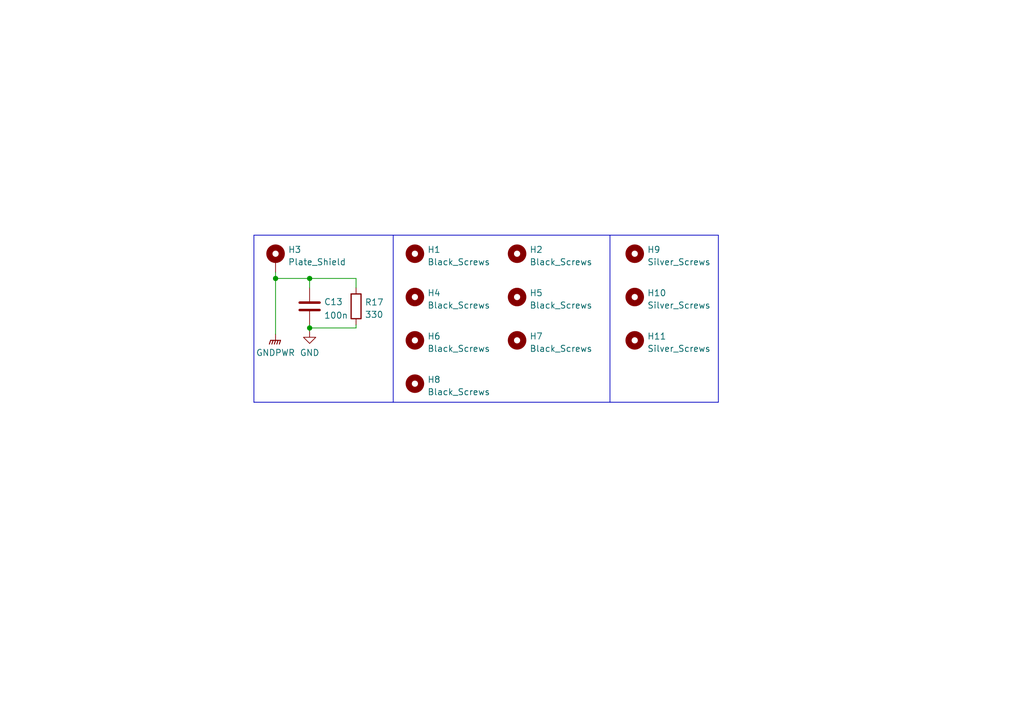
<source format=kicad_sch>
(kicad_sch (version 20231120) (generator "eeschema") (generator_version "8.0")
  (paper "A5")
  (title_block (title "EC23U") (date "2024-03-03") (rev "1.1") (company "LU.SV Solutions") (comment 1 "Cipulot PCB Design") (comment 2 "Cipulot") (comment 3 "CC-BY-NC-SA-4.0"))
  (lib_symbols
    (symbol "Device:C" (pin_numbers hide) (pin_names (offset 0.254))
      (property "Reference" "C" (at 0.635 2.54 0))
      (property "Value" "C" (at 0.635 -2.54 0))
      (symbol "C_0_1"
        (polyline (pts (xy -2.032 -0.762) (xy 2.032 -0.762)) (stroke (width 0.508)))
        (polyline (pts (xy -2.032 0.762) (xy 2.032 0.762)) (stroke (width 0.508)))
      )
      (symbol "C_1_1"
        (pin passive line (at 0 3.81 270) (length 2.794) (name "~") (number "1"))
        (pin passive line (at 0 -3.81 90) (length 2.794) (name "~") (number "2"))
      )
    )
    (symbol "Mechanical:MountingHole" (pin_names (offset 1.016))
      (property "Reference" "H" (at 0 5.08 0))
      (property "Value" "MountingHole" (at 0 3.175 0))
      (symbol "MountingHole_0_1"
        (circle (center 0 0) (radius 1.27) (stroke (width 1.27)))
      )
    )
    (symbol "Mechanical:MountingHole_Pad" (pin_numbers hide) (pin_names (offset 1.016) hide)
      (property "Reference" "H" (at 0 6.35 0))
      (property "Value" "MountingHole_Pad" (at 0 4.445 0))
      (symbol "MountingHole_Pad_0_1"
        (circle (center 0 1.27) (radius 1.27) (stroke (width 1.27)))
      )
      (symbol "MountingHole_Pad_1_1"
        (pin input line (at 0 -2.54 90) (length 2.54) (name "1") (number "1"))
      )
    )
    (symbol "R_3" (pin_numbers hide) (pin_names (offset 0))
      (property "Reference" "R" (at 2.032 0 90))
      (property "Value" "R_3" (at 0 0 90))
      (symbol "R_3_0_1"
        (rectangle (start -1.016 -2.54) (end 1.016 2.54) (stroke (width 0.254)))
      )
      (symbol "R_3_1_1"
        (pin passive line (at 0 3.81 270) (length 1.27) (name "~") (number "1"))
        (pin passive line (at 0 -3.81 90) (length 1.27) (name "~") (number "2"))
      )
    )
    (symbol "power:GND" (power) (pin_names (offset 0))
      (property "Value" "GND" (at 0 -3.81 0))
      (symbol "GND_0_1"
        (polyline (pts (xy 0 0) (xy 0 -1.27) (xy 1.27 -1.27) (xy 0 -2.54) (xy -1.27 -1.27) (xy 0 -1.27)))
      )
      (symbol "GND_1_1"
        (pin power_in line (at 0 0 270) (length 0) hide (name "GND") (number "1"))
      )
    )
    (symbol "power:GNDPWR" (power) (pin_names (offset 0))
      (property "Value" "GNDPWR" (at 0 -3.302 0))
      (symbol "GNDPWR_0_1"
        (polyline (pts (xy 0 -1.27) (xy 0 0)))
        (polyline (pts (xy -1.016 -1.27) (xy -1.27 -2.032) (xy -1.27 -2.032)) (stroke (width 0.2032)))
        (polyline (pts (xy -0.508 -1.27) (xy -0.762 -2.032) (xy -0.762 -2.032)) (stroke (width 0.2032)))
        (polyline (pts (xy 0 -1.27) (xy -0.254 -2.032) (xy -0.254 -2.032)) (stroke (width 0.2032)))
        (polyline (pts (xy 0.508 -1.27) (xy 0.254 -2.032) (xy 0.254 -2.032)) (stroke (width 0.2032)))
        (polyline (pts (xy 1.016 -1.27) (xy -1.016 -1.27) (xy -1.016 -1.27)) (stroke (width 0.2032)))
        (polyline (pts (xy 1.016 -1.27) (xy 0.762 -2.032) (xy 0.762 -2.032) (xy 0.762 -2.032)) (stroke (width 0.2032)))
      )
      (symbol "GNDPWR_1_1"
        (pin power_in line (at 0 0 270) (length 0) hide (name "GNDPWR") (number "1"))
      )
    )
  )
  (junction (at 63.5 67.31))
  (junction (at 56.515 57.15))
  (junction (at 63.5 57.15))
  (polyline (pts (xy 147.32 82.55) (xy 147.32 48.26)))
  (wire (pts (xy 63.5 57.15) (xy 56.515 57.15)))
  (wire (pts (xy 73.025 66.675) (xy 73.025 67.31)))
  (polyline (pts (xy 52.07 48.26) (xy 52.07 82.55)))
  (wire (pts (xy 73.025 57.15) (xy 63.5 57.15)))
  (polyline (pts (xy 52.07 48.26) (xy 147.32 48.26)))
  (polyline (pts (xy 125.095 48.26) (xy 125.095 82.55)))
  (wire (pts (xy 56.515 57.15) (xy 56.515 68.58)))
  (wire (pts (xy 56.515 55.88) (xy 56.515 57.15)))
  (wire (pts (xy 63.5 66.675) (xy 63.5 67.31)))
  (polyline (pts (xy 80.645 48.26) (xy 80.645 82.55)))
  (wire (pts (xy 73.025 59.055) (xy 73.025 57.15)))
  (wire (pts (xy 63.5 67.31) (xy 73.025 67.31)))
  (polyline (pts (xy 52.07 82.55) (xy 147.32 82.55)))
  (wire (pts (xy 63.5 57.15) (xy 63.5 59.055)))
  (wire (pts (xy 63.5 67.31) (xy 63.5 67.945)))
  (symbol (lib_id "Mechanical:MountingHole") (at 85.09 69.85 0) (unit 1)
    (property "Reference" "H6" (at 87.63 69.0153 0) (effects (justify left)))
    (property "Value" "Black_Screws" (at 87.63 71.5522 0) (effects (justify left)))
    (property "Footprint" "cipulot_parts:HOLE_M2_RF" (effects (hide yes)))
  )
  (symbol (lib_id "Mechanical:MountingHole") (at 85.09 78.74 0) (unit 1)
    (property "Reference" "H8" (at 87.63 77.9053 0) (effects (justify left)))
    (property "Value" "Black_Screws" (at 87.63 80.4422 0) (effects (justify left)))
    (property "Footprint" "cipulot_parts:HOLE_M2_RF" (effects (hide yes)))
  )
  (symbol (lib_id "Mechanical:MountingHole") (at 106.045 69.85 0) (unit 1)
    (property "Reference" "H7" (at 108.585 69.0153 0) (effects (justify left)))
    (property "Value" "Black_Screws" (at 108.585 71.5522 0) (effects (justify left)))
    (property "Footprint" "cipulot_parts:HOLE_M2_RF" (effects (hide yes)))
  )
  (symbol (lib_name "R_3") (lib_id "Device:R") (at 73.025 62.865 0) (unit 1)
    (property "Reference" "R17" (at 74.803 62.0303 0) (effects (justify left)))
    (property "Value" "330" (at 74.803 64.5672 0) (effects (justify left)))
    (property "Footprint" "Capacitor_SMD:C_0402_1005Metric" (effects (hide yes)))
    (property "LCSC" "C25104" (effects (hide yes)))
  )
  (symbol (lib_id "Mechanical:MountingHole") (at 106.045 60.96 0) (unit 1)
    (property "Reference" "H5" (at 108.585 60.1253 0) (effects (justify left)))
    (property "Value" "Black_Screws" (at 108.585 62.6622 0) (effects (justify left)))
    (property "Footprint" "cipulot_parts:HOLE_M2_RF" (effects (hide yes)))
  )
  (symbol (lib_id "Mechanical:MountingHole_Pad") (at 56.515 53.34 0) (unit 1)
    (property "Reference" "H3" (at 59.055 51.2353 0) (effects (justify left)))
    (property "Value" "Plate_Shield" (at 59.055 53.7722 0) (effects (justify left)))
    (property "Footprint" "MountingHole:MountingHole_2.2mm_M2_Pad" (effects (hide yes)))
  )
  (symbol (lib_id "Mechanical:MountingHole") (at 106.045 52.07 0) (unit 1)
    (property "Reference" "H2" (at 108.585 51.2353 0) (effects (justify left)))
    (property "Value" "Black_Screws" (at 108.585 53.7722 0) (effects (justify left)))
    (property "Footprint" "cipulot_parts:HOLE_M2_RF" (effects (hide yes)))
  )
  (symbol (lib_id "power:GND") (at 63.5 67.945 0) (unit 1)
    (property "Reference" "#PWR046" (effects (hide yes)))
    (property "Value" "GND" (at 63.5 72.39 0))
  )
  (symbol (lib_id "Mechanical:MountingHole") (at 130.175 69.85 0) (unit 1)
    (property "Reference" "H11" (at 132.715 69.0153 0) (effects (justify left)))
    (property "Value" "Silver_Screws" (at 132.715 71.5522 0) (effects (justify left)))
    (property "Footprint" "cipulot_parts:HOLE_M2_RF" (effects (hide yes)))
  )
  (symbol (lib_id "Device:C") (at 63.5 62.865 0) (unit 1)
    (property "Reference" "C13" (at 66.421 61.9565 0) (effects (justify left)))
    (property "Value" "100n" (at 66.421 64.7316 0) (effects (justify left)))
    (property "Footprint" "Capacitor_SMD:C_0402_1005Metric" (effects (hide yes)))
    (property "LCSC" "C307331" (effects (hide yes)))
  )
  (symbol (lib_id "Mechanical:MountingHole") (at 130.175 60.96 0) (unit 1)
    (property "Reference" "H10" (at 132.715 60.1253 0) (effects (justify left)))
    (property "Value" "Silver_Screws" (at 132.715 62.6622 0) (effects (justify left)))
    (property "Footprint" "cipulot_parts:HOLE_M2_RF" (effects (hide yes)))
  )
  (symbol (lib_id "Mechanical:MountingHole") (at 85.09 60.96 0) (unit 1)
    (property "Reference" "H4" (at 87.63 60.1253 0) (effects (justify left)))
    (property "Value" "Black_Screws" (at 87.63 62.6622 0) (effects (justify left)))
    (property "Footprint" "cipulot_parts:HOLE_M2_RF" (effects (hide yes)))
  )
  (symbol (lib_id "Mechanical:MountingHole") (at 130.175 52.07 0) (unit 1)
    (property "Reference" "H9" (at 132.715 51.2353 0) (effects (justify left)))
    (property "Value" "Silver_Screws" (at 132.715 53.7722 0) (effects (justify left)))
    (property "Footprint" "cipulot_parts:HOLE_M2_RF" (effects (hide yes)))
  )
  (symbol (lib_id "power:GNDPWR") (at 56.515 68.58 0) (unit 1)
    (property "Reference" "#PWR047" (effects (hide yes)))
    (property "Value" "GNDPWR" (at 56.515 72.39 0))
  )
  (symbol (lib_id "Mechanical:MountingHole") (at 85.09 52.07 0) (unit 1)
    (property "Reference" "H1" (at 87.63 51.2353 0) (effects (justify left)))
    (property "Value" "Black_Screws" (at 87.63 53.7722 0) (effects (justify left)))
    (property "Footprint" "cipulot_parts:HOLE_M2_RF" (effects (hide yes)))
  )
)
</source>
